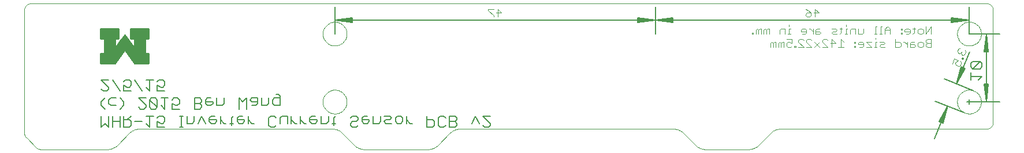
<source format=gbo>
G75*
%MOIN*%
%OFA0B0*%
%FSLAX24Y24*%
%IPPOS*%
%LPD*%
%AMOC8*
5,1,8,0,0,1.08239X$1,22.5*
%
%ADD10C,0.0000*%
%ADD11C,0.0060*%
%ADD12C,0.0100*%
%ADD13C,0.0051*%
%ADD14C,0.0040*%
D10*
X003074Y000574D02*
X006916Y000574D01*
X007473Y000804D02*
X008193Y001524D01*
X008749Y001755D02*
X019908Y001755D01*
X020465Y001524D02*
X021185Y000804D01*
X021741Y000574D02*
X025420Y000574D01*
X025977Y000804D02*
X026696Y001524D01*
X027253Y001755D02*
X039593Y001755D01*
X040150Y001524D02*
X040870Y000804D01*
X041426Y000574D02*
X043924Y000574D01*
X044481Y000804D02*
X045200Y001524D01*
X045757Y001755D02*
X057636Y001755D01*
X057675Y001757D01*
X057713Y001763D01*
X057750Y001772D01*
X057787Y001785D01*
X057822Y001802D01*
X057855Y001821D01*
X057886Y001844D01*
X057915Y001870D01*
X057941Y001899D01*
X057964Y001930D01*
X057983Y001963D01*
X058000Y001998D01*
X058013Y002035D01*
X058022Y002072D01*
X058028Y002110D01*
X058030Y002149D01*
X058029Y002149D02*
X058029Y008645D01*
X058030Y008645D02*
X058028Y008684D01*
X058022Y008722D01*
X058013Y008759D01*
X058000Y008796D01*
X057983Y008831D01*
X057964Y008864D01*
X057941Y008895D01*
X057915Y008924D01*
X057886Y008950D01*
X057855Y008973D01*
X057822Y008992D01*
X057787Y009009D01*
X057750Y009022D01*
X057713Y009031D01*
X057675Y009037D01*
X057636Y009039D01*
X057636Y009038D02*
X002518Y009038D01*
X002518Y009039D02*
X002479Y009037D01*
X002441Y009031D01*
X002404Y009022D01*
X002367Y009009D01*
X002332Y008992D01*
X002299Y008973D01*
X002268Y008950D01*
X002239Y008924D01*
X002213Y008895D01*
X002190Y008864D01*
X002171Y008831D01*
X002154Y008796D01*
X002141Y008759D01*
X002132Y008722D01*
X002126Y008684D01*
X002124Y008645D01*
X002124Y001524D01*
X002126Y001485D01*
X002132Y001447D01*
X002141Y001410D01*
X002154Y001373D01*
X002171Y001338D01*
X002190Y001305D01*
X002213Y001274D01*
X002239Y001245D01*
X002239Y001246D02*
X002796Y000689D01*
X002795Y000688D02*
X002824Y000662D01*
X002855Y000639D01*
X002888Y000620D01*
X002923Y000603D01*
X002960Y000590D01*
X002997Y000581D01*
X003035Y000575D01*
X003074Y000573D01*
X006916Y000574D02*
X006967Y000576D01*
X007019Y000581D01*
X007070Y000589D01*
X007120Y000601D01*
X007169Y000616D01*
X007217Y000634D01*
X007264Y000655D01*
X007310Y000679D01*
X007353Y000707D01*
X007395Y000737D01*
X007435Y000769D01*
X007472Y000805D01*
X008193Y001523D02*
X008230Y001559D01*
X008270Y001591D01*
X008312Y001621D01*
X008355Y001649D01*
X008401Y001673D01*
X008448Y001694D01*
X008496Y001712D01*
X008545Y001727D01*
X008595Y001739D01*
X008646Y001747D01*
X008698Y001752D01*
X008749Y001754D01*
X019908Y001754D02*
X019959Y001752D01*
X020011Y001747D01*
X020062Y001739D01*
X020112Y001727D01*
X020161Y001712D01*
X020209Y001694D01*
X020256Y001673D01*
X020302Y001649D01*
X020345Y001621D01*
X020387Y001591D01*
X020427Y001559D01*
X020464Y001523D01*
X021185Y000805D02*
X021222Y000769D01*
X021262Y000737D01*
X021304Y000707D01*
X021347Y000679D01*
X021393Y000655D01*
X021440Y000634D01*
X021488Y000616D01*
X021537Y000601D01*
X021587Y000589D01*
X021638Y000581D01*
X021690Y000576D01*
X021741Y000574D01*
X025420Y000574D02*
X025471Y000576D01*
X025523Y000581D01*
X025574Y000589D01*
X025624Y000601D01*
X025673Y000616D01*
X025721Y000634D01*
X025768Y000655D01*
X025814Y000679D01*
X025857Y000707D01*
X025899Y000737D01*
X025939Y000769D01*
X025976Y000805D01*
X026697Y001523D02*
X026734Y001559D01*
X026774Y001591D01*
X026816Y001621D01*
X026859Y001649D01*
X026905Y001673D01*
X026952Y001694D01*
X027000Y001712D01*
X027049Y001727D01*
X027099Y001739D01*
X027150Y001747D01*
X027202Y001752D01*
X027253Y001754D01*
X019348Y003330D02*
X019350Y003382D01*
X019356Y003434D01*
X019366Y003485D01*
X019379Y003535D01*
X019397Y003585D01*
X019418Y003632D01*
X019442Y003678D01*
X019471Y003722D01*
X019502Y003764D01*
X019536Y003803D01*
X019573Y003840D01*
X019613Y003873D01*
X019656Y003904D01*
X019700Y003931D01*
X019746Y003955D01*
X019795Y003975D01*
X019844Y003991D01*
X019895Y004004D01*
X019946Y004013D01*
X019998Y004018D01*
X020050Y004019D01*
X020102Y004016D01*
X020154Y004009D01*
X020205Y003998D01*
X020255Y003984D01*
X020304Y003965D01*
X020351Y003943D01*
X020396Y003918D01*
X020440Y003889D01*
X020481Y003857D01*
X020520Y003822D01*
X020555Y003784D01*
X020588Y003743D01*
X020618Y003701D01*
X020644Y003656D01*
X020667Y003609D01*
X020686Y003560D01*
X020702Y003510D01*
X020714Y003460D01*
X020722Y003408D01*
X020726Y003356D01*
X020726Y003304D01*
X020722Y003252D01*
X020714Y003200D01*
X020702Y003150D01*
X020686Y003100D01*
X020667Y003051D01*
X020644Y003004D01*
X020618Y002959D01*
X020588Y002917D01*
X020555Y002876D01*
X020520Y002838D01*
X020481Y002803D01*
X020440Y002771D01*
X020396Y002742D01*
X020351Y002717D01*
X020304Y002695D01*
X020255Y002676D01*
X020205Y002662D01*
X020154Y002651D01*
X020102Y002644D01*
X020050Y002641D01*
X019998Y002642D01*
X019946Y002647D01*
X019895Y002656D01*
X019844Y002669D01*
X019795Y002685D01*
X019746Y002705D01*
X019700Y002729D01*
X019656Y002756D01*
X019613Y002787D01*
X019573Y002820D01*
X019536Y002857D01*
X019502Y002896D01*
X019471Y002938D01*
X019442Y002982D01*
X019418Y003028D01*
X019397Y003075D01*
X019379Y003125D01*
X019366Y003175D01*
X019356Y003226D01*
X019350Y003278D01*
X019348Y003330D01*
X039593Y001754D02*
X039644Y001752D01*
X039696Y001747D01*
X039747Y001739D01*
X039797Y001727D01*
X039846Y001712D01*
X039894Y001694D01*
X039941Y001673D01*
X039987Y001649D01*
X040030Y001621D01*
X040072Y001591D01*
X040112Y001559D01*
X040149Y001523D01*
X040870Y000805D02*
X040907Y000769D01*
X040947Y000737D01*
X040989Y000707D01*
X041032Y000679D01*
X041078Y000655D01*
X041125Y000634D01*
X041173Y000616D01*
X041222Y000601D01*
X041272Y000589D01*
X041323Y000581D01*
X041375Y000576D01*
X041426Y000574D01*
X043924Y000574D02*
X043975Y000576D01*
X044027Y000581D01*
X044078Y000589D01*
X044128Y000601D01*
X044177Y000616D01*
X044225Y000634D01*
X044272Y000655D01*
X044318Y000679D01*
X044361Y000707D01*
X044403Y000737D01*
X044443Y000769D01*
X044480Y000805D01*
X045201Y001523D02*
X045238Y001559D01*
X045278Y001591D01*
X045320Y001621D01*
X045363Y001649D01*
X045409Y001673D01*
X045456Y001694D01*
X045504Y001712D01*
X045553Y001727D01*
X045603Y001739D01*
X045654Y001747D01*
X045706Y001752D01*
X045757Y001754D01*
X055963Y003330D02*
X055965Y003382D01*
X055971Y003434D01*
X055981Y003485D01*
X055994Y003535D01*
X056012Y003585D01*
X056033Y003632D01*
X056057Y003678D01*
X056086Y003722D01*
X056117Y003764D01*
X056151Y003803D01*
X056188Y003840D01*
X056228Y003873D01*
X056271Y003904D01*
X056315Y003931D01*
X056361Y003955D01*
X056410Y003975D01*
X056459Y003991D01*
X056510Y004004D01*
X056561Y004013D01*
X056613Y004018D01*
X056665Y004019D01*
X056717Y004016D01*
X056769Y004009D01*
X056820Y003998D01*
X056870Y003984D01*
X056919Y003965D01*
X056966Y003943D01*
X057011Y003918D01*
X057055Y003889D01*
X057096Y003857D01*
X057135Y003822D01*
X057170Y003784D01*
X057203Y003743D01*
X057233Y003701D01*
X057259Y003656D01*
X057282Y003609D01*
X057301Y003560D01*
X057317Y003510D01*
X057329Y003460D01*
X057337Y003408D01*
X057341Y003356D01*
X057341Y003304D01*
X057337Y003252D01*
X057329Y003200D01*
X057317Y003150D01*
X057301Y003100D01*
X057282Y003051D01*
X057259Y003004D01*
X057233Y002959D01*
X057203Y002917D01*
X057170Y002876D01*
X057135Y002838D01*
X057096Y002803D01*
X057055Y002771D01*
X057011Y002742D01*
X056966Y002717D01*
X056919Y002695D01*
X056870Y002676D01*
X056820Y002662D01*
X056769Y002651D01*
X056717Y002644D01*
X056665Y002641D01*
X056613Y002642D01*
X056561Y002647D01*
X056510Y002656D01*
X056459Y002669D01*
X056410Y002685D01*
X056361Y002705D01*
X056315Y002729D01*
X056271Y002756D01*
X056228Y002787D01*
X056188Y002820D01*
X056151Y002857D01*
X056117Y002896D01*
X056086Y002938D01*
X056057Y002982D01*
X056033Y003028D01*
X056012Y003075D01*
X055994Y003125D01*
X055981Y003175D01*
X055971Y003226D01*
X055965Y003278D01*
X055963Y003330D01*
X055963Y007267D02*
X055965Y007319D01*
X055971Y007371D01*
X055981Y007422D01*
X055994Y007472D01*
X056012Y007522D01*
X056033Y007569D01*
X056057Y007615D01*
X056086Y007659D01*
X056117Y007701D01*
X056151Y007740D01*
X056188Y007777D01*
X056228Y007810D01*
X056271Y007841D01*
X056315Y007868D01*
X056361Y007892D01*
X056410Y007912D01*
X056459Y007928D01*
X056510Y007941D01*
X056561Y007950D01*
X056613Y007955D01*
X056665Y007956D01*
X056717Y007953D01*
X056769Y007946D01*
X056820Y007935D01*
X056870Y007921D01*
X056919Y007902D01*
X056966Y007880D01*
X057011Y007855D01*
X057055Y007826D01*
X057096Y007794D01*
X057135Y007759D01*
X057170Y007721D01*
X057203Y007680D01*
X057233Y007638D01*
X057259Y007593D01*
X057282Y007546D01*
X057301Y007497D01*
X057317Y007447D01*
X057329Y007397D01*
X057337Y007345D01*
X057341Y007293D01*
X057341Y007241D01*
X057337Y007189D01*
X057329Y007137D01*
X057317Y007087D01*
X057301Y007037D01*
X057282Y006988D01*
X057259Y006941D01*
X057233Y006896D01*
X057203Y006854D01*
X057170Y006813D01*
X057135Y006775D01*
X057096Y006740D01*
X057055Y006708D01*
X057011Y006679D01*
X056966Y006654D01*
X056919Y006632D01*
X056870Y006613D01*
X056820Y006599D01*
X056769Y006588D01*
X056717Y006581D01*
X056665Y006578D01*
X056613Y006579D01*
X056561Y006584D01*
X056510Y006593D01*
X056459Y006606D01*
X056410Y006622D01*
X056361Y006642D01*
X056315Y006666D01*
X056271Y006693D01*
X056228Y006724D01*
X056188Y006757D01*
X056151Y006794D01*
X056117Y006833D01*
X056086Y006875D01*
X056057Y006919D01*
X056033Y006965D01*
X056012Y007012D01*
X055994Y007062D01*
X055981Y007112D01*
X055971Y007163D01*
X055965Y007215D01*
X055963Y007267D01*
X019348Y007267D02*
X019350Y007319D01*
X019356Y007371D01*
X019366Y007422D01*
X019379Y007472D01*
X019397Y007522D01*
X019418Y007569D01*
X019442Y007615D01*
X019471Y007659D01*
X019502Y007701D01*
X019536Y007740D01*
X019573Y007777D01*
X019613Y007810D01*
X019656Y007841D01*
X019700Y007868D01*
X019746Y007892D01*
X019795Y007912D01*
X019844Y007928D01*
X019895Y007941D01*
X019946Y007950D01*
X019998Y007955D01*
X020050Y007956D01*
X020102Y007953D01*
X020154Y007946D01*
X020205Y007935D01*
X020255Y007921D01*
X020304Y007902D01*
X020351Y007880D01*
X020396Y007855D01*
X020440Y007826D01*
X020481Y007794D01*
X020520Y007759D01*
X020555Y007721D01*
X020588Y007680D01*
X020618Y007638D01*
X020644Y007593D01*
X020667Y007546D01*
X020686Y007497D01*
X020702Y007447D01*
X020714Y007397D01*
X020722Y007345D01*
X020726Y007293D01*
X020726Y007241D01*
X020722Y007189D01*
X020714Y007137D01*
X020702Y007087D01*
X020686Y007037D01*
X020667Y006988D01*
X020644Y006941D01*
X020618Y006896D01*
X020588Y006854D01*
X020555Y006813D01*
X020520Y006775D01*
X020481Y006740D01*
X020440Y006708D01*
X020396Y006679D01*
X020351Y006654D01*
X020304Y006632D01*
X020255Y006613D01*
X020205Y006599D01*
X020154Y006588D01*
X020102Y006581D01*
X020050Y006578D01*
X019998Y006579D01*
X019946Y006584D01*
X019895Y006593D01*
X019844Y006606D01*
X019795Y006622D01*
X019746Y006642D01*
X019700Y006666D01*
X019656Y006693D01*
X019613Y006724D01*
X019573Y006757D01*
X019536Y006794D01*
X019502Y006833D01*
X019471Y006875D01*
X019442Y006919D01*
X019418Y006965D01*
X019397Y007012D01*
X019379Y007062D01*
X019366Y007112D01*
X019356Y007163D01*
X019350Y007215D01*
X019348Y007267D01*
D11*
X010213Y004492D02*
X010106Y004599D01*
X009893Y004599D01*
X009786Y004492D01*
X009569Y004599D02*
X009142Y004599D01*
X009355Y004599D02*
X009355Y003958D01*
X009142Y004172D01*
X009786Y004279D02*
X010000Y004172D01*
X010106Y004172D01*
X010213Y004279D01*
X010213Y004492D01*
X009786Y004279D02*
X009786Y003958D01*
X010213Y003958D01*
X008924Y003958D02*
X008497Y004599D01*
X008280Y004492D02*
X008173Y004599D01*
X007959Y004599D01*
X007852Y004492D01*
X008280Y004492D02*
X008280Y004279D01*
X008173Y004172D01*
X008066Y004172D01*
X007852Y004279D01*
X007852Y003958D01*
X008280Y003958D01*
X007635Y003958D02*
X007208Y004599D01*
X006990Y004599D02*
X006563Y004599D01*
X006990Y004172D01*
X006990Y004065D01*
X006884Y003958D01*
X006670Y003958D01*
X006563Y004065D01*
X006777Y003549D02*
X006563Y003335D01*
X006563Y003122D01*
X006777Y002908D01*
X006993Y003229D02*
X007100Y003122D01*
X007420Y003122D01*
X007638Y002908D02*
X007851Y003122D01*
X007851Y003335D01*
X007638Y003549D01*
X007420Y003549D02*
X007100Y003549D01*
X006993Y003442D01*
X006993Y003229D01*
X008712Y003015D02*
X008819Y002908D01*
X009032Y002908D01*
X009139Y003015D01*
X009139Y003122D01*
X008712Y003549D01*
X009139Y003549D01*
X009356Y003442D02*
X009783Y003015D01*
X009783Y003442D01*
X009677Y003549D01*
X009463Y003549D01*
X009356Y003442D01*
X009356Y003015D01*
X009463Y002908D01*
X009677Y002908D01*
X009783Y003015D01*
X010001Y003122D02*
X010215Y002908D01*
X010215Y003549D01*
X010428Y003549D02*
X010001Y003549D01*
X010646Y003442D02*
X010752Y003549D01*
X010966Y003549D01*
X011073Y003442D01*
X011073Y003229D01*
X010966Y003122D01*
X010859Y003122D01*
X010646Y003229D01*
X010646Y002908D01*
X011073Y002908D01*
X011935Y002908D02*
X012255Y002908D01*
X012362Y003015D01*
X012362Y003122D01*
X012255Y003229D01*
X011935Y003229D01*
X012255Y003229D02*
X012362Y003335D01*
X012362Y003442D01*
X012255Y003549D01*
X011935Y003549D01*
X011935Y002908D01*
X012579Y003229D02*
X012686Y003122D01*
X012899Y003122D01*
X013006Y003229D01*
X013006Y003335D01*
X012579Y003335D01*
X012579Y003229D02*
X012579Y003442D01*
X012686Y003549D01*
X012899Y003549D01*
X013224Y003549D02*
X013224Y003122D01*
X013544Y003122D01*
X013651Y003229D01*
X013651Y003549D01*
X014513Y003549D02*
X014726Y003335D01*
X014940Y003549D01*
X014940Y002908D01*
X015264Y003122D02*
X015478Y003122D01*
X015584Y003229D01*
X015584Y003549D01*
X015264Y003549D01*
X015157Y003442D01*
X015264Y003335D01*
X015584Y003335D01*
X016122Y003122D02*
X016229Y003229D01*
X016229Y003549D01*
X016446Y003442D02*
X016553Y003549D01*
X016874Y003549D01*
X016874Y003656D02*
X016874Y003122D01*
X016553Y003122D01*
X016446Y003229D01*
X016446Y003442D01*
X016767Y003762D02*
X016874Y003656D01*
X016767Y003762D02*
X016660Y003762D01*
X015802Y003549D02*
X015802Y003122D01*
X016122Y003122D01*
X014513Y002908D02*
X014513Y003549D01*
X014512Y002499D02*
X014405Y002392D01*
X014405Y002179D01*
X014512Y002072D01*
X014726Y002072D01*
X014832Y002179D01*
X014832Y002285D01*
X014405Y002285D01*
X014189Y002499D02*
X014082Y002392D01*
X014082Y001965D01*
X013976Y002072D02*
X014189Y002072D01*
X013759Y002072D02*
X013652Y002072D01*
X013439Y002285D01*
X013221Y002285D02*
X012794Y002285D01*
X012794Y002179D02*
X012901Y002072D01*
X013114Y002072D01*
X013221Y002179D01*
X013221Y002285D01*
X012901Y002499D02*
X012794Y002392D01*
X012794Y002179D01*
X012577Y002072D02*
X012363Y002499D01*
X012149Y002072D01*
X011932Y002179D02*
X011825Y002072D01*
X011505Y002072D01*
X011505Y002499D01*
X011289Y002499D02*
X011075Y002499D01*
X011182Y002499D02*
X011182Y001858D01*
X011075Y001858D02*
X011289Y001858D01*
X010213Y001858D02*
X009786Y001858D01*
X009786Y002179D01*
X010000Y002072D01*
X010106Y002072D01*
X010213Y002179D01*
X010213Y002392D01*
X010106Y002499D01*
X009893Y002499D01*
X009786Y002392D01*
X009569Y002499D02*
X009142Y002499D01*
X009355Y002499D02*
X009355Y001858D01*
X009142Y002072D01*
X008924Y002179D02*
X008497Y002179D01*
X008280Y002179D02*
X008173Y002285D01*
X007852Y002285D01*
X008066Y002285D02*
X008280Y002499D01*
X007852Y002499D02*
X007852Y001858D01*
X008173Y001858D01*
X008280Y001965D01*
X008280Y002179D01*
X007635Y002179D02*
X007208Y002179D01*
X006990Y001858D02*
X006777Y002072D01*
X006563Y001858D01*
X006563Y002499D01*
X006990Y002499D02*
X006990Y001858D01*
X007208Y001858D02*
X007208Y002499D01*
X007635Y002499D02*
X007635Y001858D01*
X011932Y002179D02*
X011932Y002499D01*
X012901Y002499D02*
X013114Y002499D01*
X013439Y002499D02*
X013439Y002072D01*
X015050Y002072D02*
X015050Y002499D01*
X014726Y002499D02*
X014512Y002499D01*
X015050Y002285D02*
X015263Y002072D01*
X015370Y002072D01*
X016232Y001965D02*
X016232Y002392D01*
X016338Y002499D01*
X016552Y002499D01*
X016659Y002392D01*
X016876Y002392D02*
X016983Y002499D01*
X017303Y002499D01*
X017303Y002072D01*
X017521Y002072D02*
X017521Y002499D01*
X018058Y002499D02*
X018058Y002072D01*
X018058Y002285D02*
X018271Y002072D01*
X018378Y002072D01*
X018595Y002179D02*
X018702Y002072D01*
X018915Y002072D01*
X019022Y002179D01*
X019022Y002285D01*
X018595Y002285D01*
X018595Y002179D02*
X018595Y002392D01*
X018702Y002499D01*
X018915Y002499D01*
X019240Y002499D02*
X019240Y002072D01*
X019560Y002072D01*
X019667Y002179D01*
X019667Y002499D01*
X019991Y002392D02*
X020098Y002499D01*
X019991Y002392D02*
X019991Y001965D01*
X019884Y002072D02*
X020098Y002072D01*
X020958Y002072D02*
X020958Y001965D01*
X021065Y001858D01*
X021279Y001858D01*
X021385Y001965D01*
X021603Y002179D02*
X021710Y002072D01*
X021923Y002072D01*
X022030Y002179D01*
X022030Y002285D01*
X021603Y002285D01*
X021603Y002179D02*
X021603Y002392D01*
X021710Y002499D01*
X021923Y002499D01*
X022247Y002499D02*
X022247Y002072D01*
X022568Y002072D01*
X022674Y002179D01*
X022674Y002499D01*
X022892Y002499D02*
X023212Y002499D01*
X023319Y002392D01*
X023212Y002285D01*
X022999Y002285D01*
X022892Y002179D01*
X022999Y002072D01*
X023319Y002072D01*
X023537Y002179D02*
X023537Y002392D01*
X023643Y002499D01*
X023857Y002499D01*
X023964Y002392D01*
X023964Y002179D01*
X023857Y002072D01*
X023643Y002072D01*
X023537Y002179D01*
X024181Y002285D02*
X024395Y002072D01*
X024501Y002072D01*
X024181Y002072D02*
X024181Y002499D01*
X025363Y002499D02*
X025363Y001858D01*
X025683Y001858D01*
X025790Y001965D01*
X025790Y002179D01*
X025683Y002285D01*
X025363Y002285D01*
X026007Y002392D02*
X026114Y002499D01*
X026328Y002499D01*
X026434Y002392D01*
X026652Y002499D02*
X026972Y002499D01*
X027079Y002392D01*
X027079Y002285D01*
X026972Y002179D01*
X026652Y002179D01*
X026972Y002179D02*
X027079Y002072D01*
X027079Y001965D01*
X026972Y001858D01*
X026652Y001858D01*
X026652Y002499D01*
X026007Y002392D02*
X026007Y001965D01*
X026114Y001858D01*
X026328Y001858D01*
X026434Y001965D01*
X027941Y002072D02*
X028154Y002499D01*
X028368Y002072D01*
X028586Y001965D02*
X028692Y001858D01*
X028906Y001858D01*
X029013Y001965D01*
X029013Y002072D01*
X028586Y002499D01*
X029013Y002499D01*
X021385Y002392D02*
X021385Y002285D01*
X021279Y002179D01*
X021065Y002179D01*
X020958Y002072D01*
X020958Y002392D02*
X021065Y002499D01*
X021279Y002499D01*
X021385Y002392D01*
X017841Y002072D02*
X017734Y002072D01*
X017521Y002285D01*
X016876Y002392D02*
X016876Y002072D01*
X016659Y001965D02*
X016552Y001858D01*
X016338Y001858D01*
X016232Y001965D01*
X056740Y004598D02*
X056740Y005025D01*
X056740Y004811D02*
X057380Y004811D01*
X057167Y004598D01*
X057273Y005242D02*
X057380Y005349D01*
X057380Y005563D01*
X057273Y005669D01*
X056846Y005242D01*
X056740Y005349D01*
X056740Y005563D01*
X056846Y005669D01*
X057273Y005669D01*
X057273Y005242D02*
X056846Y005242D01*
D12*
X009281Y005576D02*
X009281Y005588D01*
X009281Y005585D01*
X009281Y006137D01*
X009080Y006137D01*
X009080Y006998D01*
X009293Y006998D01*
X009293Y007556D01*
X008249Y007556D01*
X008249Y007001D01*
X008477Y007001D01*
X008477Y006431D01*
X007907Y007211D01*
X007337Y006428D01*
X007337Y007001D01*
X007565Y007001D01*
X007565Y007556D01*
X006524Y007556D01*
X006524Y007001D01*
X006737Y007001D01*
X006737Y006134D01*
X006524Y006134D01*
X006524Y005576D01*
X007343Y005576D01*
X007907Y006356D01*
X008471Y005576D01*
X009281Y005576D01*
X009281Y005598D02*
X008456Y005598D01*
X008385Y005696D02*
X009281Y005696D01*
X009281Y005795D02*
X008313Y005795D01*
X008242Y005893D02*
X009281Y005893D01*
X009281Y005992D02*
X008171Y005992D01*
X008100Y006090D02*
X009281Y006090D01*
X009080Y006189D02*
X008029Y006189D01*
X007957Y006287D02*
X009080Y006287D01*
X009080Y006386D02*
X006737Y006386D01*
X006737Y006484D02*
X007337Y006484D01*
X007378Y006484D02*
X008439Y006484D01*
X008477Y006484D02*
X009080Y006484D01*
X009080Y006583D02*
X008477Y006583D01*
X008477Y006681D02*
X009080Y006681D01*
X009080Y006780D02*
X008477Y006780D01*
X008477Y006878D02*
X009080Y006878D01*
X009080Y006977D02*
X008477Y006977D01*
X008249Y007075D02*
X009293Y007075D01*
X009293Y007174D02*
X008249Y007174D01*
X008249Y007272D02*
X009293Y007272D01*
X009293Y007371D02*
X008249Y007371D01*
X008249Y007469D02*
X009293Y007469D01*
X007935Y007174D02*
X007880Y007174D01*
X007808Y007075D02*
X008007Y007075D01*
X008079Y006977D02*
X007737Y006977D01*
X007665Y006878D02*
X008151Y006878D01*
X008223Y006780D02*
X007593Y006780D01*
X007521Y006681D02*
X008295Y006681D01*
X008367Y006583D02*
X007450Y006583D01*
X007337Y006583D02*
X006737Y006583D01*
X006737Y006681D02*
X007337Y006681D01*
X007337Y006780D02*
X006737Y006780D01*
X006737Y006878D02*
X007337Y006878D01*
X007337Y006977D02*
X006737Y006977D01*
X006524Y007075D02*
X007565Y007075D01*
X007565Y007174D02*
X006524Y007174D01*
X006524Y007272D02*
X007565Y007272D01*
X007565Y007371D02*
X006524Y007371D01*
X006524Y007469D02*
X007565Y007469D01*
X007857Y006287D02*
X006737Y006287D01*
X006737Y006189D02*
X007786Y006189D01*
X007715Y006090D02*
X006524Y006090D01*
X006524Y005992D02*
X007644Y005992D01*
X007572Y005893D02*
X006524Y005893D01*
X006524Y005795D02*
X007501Y005795D01*
X007430Y005696D02*
X006524Y005696D01*
X006524Y005598D02*
X007359Y005598D01*
D13*
X020037Y007267D02*
X020037Y008822D01*
X020037Y008054D02*
X021061Y008180D01*
X021061Y007928D01*
X020037Y008054D01*
X021061Y007952D01*
X021061Y008003D02*
X020037Y008054D01*
X021061Y008156D01*
X021061Y008105D02*
X020037Y008054D01*
X038541Y008054D01*
X039565Y007952D01*
X039565Y007928D02*
X038541Y008054D01*
X039565Y008156D01*
X039565Y008180D02*
X039565Y007928D01*
X039565Y008003D02*
X038541Y008054D01*
X039565Y008105D01*
X039565Y008180D02*
X038541Y008054D01*
X056652Y008054D01*
X055628Y007952D01*
X055628Y007928D02*
X056652Y008054D01*
X055628Y008156D01*
X055628Y008180D02*
X055628Y007928D01*
X055628Y008003D02*
X056652Y008054D01*
X055628Y008105D01*
X055628Y008180D02*
X056652Y008054D01*
X056652Y008822D02*
X056652Y007267D01*
X058403Y007267D01*
X057636Y007267D02*
X057738Y006243D01*
X057761Y006243D02*
X057636Y007267D01*
X057533Y006243D01*
X057510Y006243D02*
X057761Y006243D01*
X057687Y006243D02*
X057636Y007267D01*
X057585Y006243D01*
X057510Y006243D02*
X057636Y007267D01*
X057636Y003330D01*
X057738Y004353D01*
X057761Y004353D02*
X057636Y003330D01*
X057533Y004353D01*
X057510Y004353D02*
X057761Y004353D01*
X057687Y004353D02*
X057636Y003330D01*
X057585Y004353D01*
X057510Y004353D02*
X057636Y003330D01*
X058403Y003330D02*
X056652Y003330D01*
X056777Y003330D02*
X056526Y003330D01*
X056652Y003455D02*
X056652Y003204D01*
X055411Y003084D02*
X055126Y002095D01*
X055148Y002087D02*
X055411Y003084D01*
X054936Y002171D01*
X054915Y002180D02*
X055148Y002087D01*
X055079Y002114D02*
X055411Y003084D01*
X054984Y002152D01*
X054915Y002180D02*
X055411Y003084D01*
X054651Y001183D01*
X054699Y003369D02*
X056396Y002690D01*
X056907Y003969D02*
X055210Y004648D01*
X055923Y004363D02*
X056398Y005275D01*
X056420Y005267D02*
X055923Y004363D01*
X056208Y005351D01*
X056187Y005360D02*
X056420Y005267D01*
X056351Y005294D02*
X055923Y004363D01*
X056256Y005332D01*
X056187Y005360D02*
X055923Y004363D01*
X056673Y006237D01*
X038541Y007267D02*
X038541Y008822D01*
X038541Y007267D01*
X038541Y008054D02*
X037518Y007928D01*
X037518Y008180D01*
X038541Y008054D01*
X037518Y007952D01*
X037518Y008003D02*
X038541Y008054D01*
X037518Y008156D01*
X037518Y008105D02*
X038541Y008054D01*
D14*
X044107Y007326D02*
X044107Y007249D01*
X044184Y007249D01*
X044184Y007326D01*
X044107Y007326D01*
X044338Y007249D02*
X044338Y007479D01*
X044414Y007556D01*
X044491Y007479D01*
X044491Y007249D01*
X044644Y007249D02*
X044644Y007556D01*
X044568Y007556D01*
X044491Y007479D01*
X044798Y007479D02*
X044798Y007249D01*
X044951Y007249D02*
X044951Y007479D01*
X044875Y007556D01*
X044798Y007479D01*
X044951Y007479D02*
X045028Y007556D01*
X045105Y007556D01*
X045105Y007249D01*
X045719Y007249D02*
X045719Y007479D01*
X045795Y007556D01*
X046026Y007556D01*
X046026Y007249D01*
X046179Y007249D02*
X046333Y007249D01*
X046256Y007249D02*
X046256Y007556D01*
X046333Y007556D01*
X046256Y007710D02*
X046256Y007786D01*
X046946Y007479D02*
X047023Y007556D01*
X047177Y007556D01*
X047253Y007479D01*
X047253Y007326D01*
X047177Y007249D01*
X047023Y007249D01*
X047637Y007249D02*
X047637Y007556D01*
X047637Y007403D02*
X047484Y007556D01*
X047407Y007556D01*
X047253Y007403D02*
X046946Y007403D01*
X046946Y007479D01*
X047790Y007479D02*
X047867Y007556D01*
X048021Y007556D01*
X048021Y007403D02*
X047790Y007403D01*
X047790Y007479D02*
X047790Y007249D01*
X048021Y007249D01*
X048097Y007326D01*
X048021Y007403D01*
X048711Y007326D02*
X048788Y007403D01*
X048941Y007403D01*
X049018Y007479D01*
X048941Y007556D01*
X048711Y007556D01*
X049172Y007556D02*
X049325Y007556D01*
X049248Y007633D02*
X049248Y007326D01*
X049172Y007249D01*
X049018Y007249D02*
X048788Y007249D01*
X048711Y007326D01*
X049479Y007249D02*
X049632Y007249D01*
X049555Y007249D02*
X049555Y007556D01*
X049632Y007556D01*
X049785Y007479D02*
X049785Y007249D01*
X050092Y007249D02*
X050092Y007556D01*
X049862Y007556D01*
X049785Y007479D01*
X050246Y007556D02*
X050246Y007249D01*
X050476Y007249D01*
X050553Y007326D01*
X050553Y007556D01*
X051243Y007710D02*
X051243Y007249D01*
X051167Y007249D02*
X051320Y007249D01*
X051474Y007249D02*
X051627Y007249D01*
X051550Y007249D02*
X051550Y007710D01*
X051627Y007710D01*
X051781Y007556D02*
X051934Y007710D01*
X052087Y007556D01*
X052087Y007249D01*
X051781Y007249D02*
X051781Y007556D01*
X051781Y007479D02*
X052087Y007479D01*
X052701Y007479D02*
X052778Y007479D01*
X052778Y007556D01*
X052701Y007556D01*
X052701Y007479D01*
X052701Y007326D02*
X052701Y007249D01*
X052778Y007249D01*
X052778Y007326D01*
X052701Y007326D01*
X052932Y007403D02*
X053238Y007403D01*
X053238Y007479D02*
X053162Y007556D01*
X053008Y007556D01*
X052932Y007479D01*
X052932Y007403D01*
X053162Y007249D02*
X053238Y007326D01*
X053238Y007479D01*
X053392Y007556D02*
X053545Y007556D01*
X053469Y007633D02*
X053469Y007326D01*
X053392Y007249D01*
X053162Y007249D02*
X053008Y007249D01*
X053699Y007326D02*
X053699Y007479D01*
X053776Y007556D01*
X053929Y007556D01*
X054006Y007479D01*
X054006Y007326D01*
X053929Y007249D01*
X053776Y007249D01*
X053699Y007326D01*
X054159Y007249D02*
X054159Y007710D01*
X054466Y007710D02*
X054159Y007249D01*
X054466Y007249D02*
X054466Y007710D01*
X054466Y006960D02*
X054236Y006960D01*
X054159Y006883D01*
X054159Y006806D01*
X054236Y006729D01*
X054466Y006729D01*
X054236Y006729D02*
X054159Y006653D01*
X054159Y006576D01*
X054236Y006499D01*
X054466Y006499D01*
X054466Y006960D01*
X054006Y006729D02*
X054006Y006576D01*
X053929Y006499D01*
X053776Y006499D01*
X053699Y006576D01*
X053699Y006729D01*
X053776Y006806D01*
X053929Y006806D01*
X054006Y006729D01*
X053545Y006576D02*
X053469Y006653D01*
X053238Y006653D01*
X053238Y006729D02*
X053238Y006499D01*
X053469Y006499D01*
X053545Y006576D01*
X053085Y006653D02*
X052932Y006806D01*
X052855Y006806D01*
X052701Y006729D02*
X052625Y006806D01*
X052394Y006806D01*
X052701Y006729D02*
X052701Y006576D01*
X052625Y006499D01*
X052394Y006499D01*
X052394Y006960D01*
X051781Y006729D02*
X051704Y006806D01*
X051474Y006806D01*
X051320Y006806D02*
X051243Y006806D01*
X051243Y006499D01*
X051167Y006499D02*
X051320Y006499D01*
X051474Y006576D02*
X051550Y006653D01*
X051704Y006653D01*
X051781Y006729D01*
X051013Y006806D02*
X050706Y006806D01*
X051013Y006499D01*
X050706Y006499D01*
X050553Y006576D02*
X050553Y006729D01*
X050476Y006806D01*
X050323Y006806D01*
X050246Y006729D01*
X050246Y006653D01*
X050553Y006653D01*
X050553Y006576D02*
X050476Y006499D01*
X050323Y006499D01*
X050092Y006499D02*
X050092Y006576D01*
X050016Y006576D01*
X050016Y006499D01*
X050092Y006499D01*
X049402Y006499D02*
X049095Y006499D01*
X049248Y006499D02*
X049248Y006960D01*
X049402Y006806D01*
X048941Y006729D02*
X048635Y006729D01*
X048481Y006883D02*
X048404Y006960D01*
X048251Y006960D01*
X048174Y006883D01*
X048174Y006806D01*
X048481Y006499D01*
X048174Y006499D01*
X048021Y006499D02*
X047714Y006806D01*
X047560Y006883D02*
X047484Y006960D01*
X047330Y006960D01*
X047253Y006883D01*
X047253Y006806D01*
X047560Y006499D01*
X047253Y006499D01*
X047100Y006499D02*
X046793Y006806D01*
X046793Y006883D01*
X046870Y006960D01*
X047023Y006960D01*
X047100Y006883D01*
X046409Y006960D02*
X046409Y006729D01*
X046256Y006806D01*
X046179Y006806D01*
X046102Y006729D01*
X046102Y006576D01*
X046179Y006499D01*
X046333Y006499D01*
X046409Y006576D01*
X046563Y006576D02*
X046563Y006499D01*
X046639Y006499D01*
X046639Y006576D01*
X046563Y006576D01*
X046793Y006499D02*
X047100Y006499D01*
X047714Y006499D02*
X048021Y006806D01*
X048711Y006960D02*
X048941Y006729D01*
X048711Y006499D02*
X048711Y006960D01*
X050016Y006806D02*
X050016Y006729D01*
X050092Y006729D01*
X050092Y006806D01*
X050016Y006806D01*
X051243Y006960D02*
X051243Y007036D01*
X053085Y006806D02*
X053085Y006499D01*
X053238Y006729D02*
X053315Y006806D01*
X053469Y006806D01*
X051781Y006499D02*
X051550Y006499D01*
X051474Y006576D01*
X055685Y005536D02*
X055799Y005821D01*
X056013Y005735D01*
X055885Y005621D01*
X055856Y005550D01*
X055899Y005450D01*
X056041Y005393D01*
X056141Y005436D01*
X056198Y005579D01*
X056155Y005678D01*
X056212Y005821D02*
X056284Y005792D01*
X056312Y005864D01*
X056241Y005892D01*
X056212Y005821D01*
X056298Y006035D02*
X056398Y006077D01*
X056455Y006220D01*
X056412Y006320D01*
X056212Y006234D02*
X056184Y006163D01*
X056227Y006063D01*
X056298Y006035D01*
X056184Y006163D02*
X056084Y006120D01*
X056013Y006149D01*
X055970Y006248D01*
X056027Y006391D01*
X056127Y006434D01*
X051320Y007710D02*
X051243Y007710D01*
X049555Y007710D02*
X049555Y007786D01*
X047743Y008250D02*
X047743Y008711D01*
X047973Y008480D01*
X047667Y008480D01*
X047513Y008480D02*
X047283Y008480D01*
X047206Y008404D01*
X047206Y008327D01*
X047283Y008250D01*
X047436Y008250D01*
X047513Y008327D01*
X047513Y008480D01*
X047360Y008634D01*
X047206Y008711D01*
X046409Y006960D02*
X046102Y006960D01*
X045949Y006806D02*
X045872Y006806D01*
X045795Y006729D01*
X045719Y006806D01*
X045642Y006729D01*
X045642Y006499D01*
X045795Y006499D02*
X045795Y006729D01*
X045949Y006806D02*
X045949Y006499D01*
X045489Y006499D02*
X045489Y006806D01*
X045412Y006806D01*
X045335Y006729D01*
X045258Y006806D01*
X045182Y006729D01*
X045182Y006499D01*
X045335Y006499D02*
X045335Y006729D01*
X029666Y008480D02*
X029359Y008480D01*
X029206Y008327D02*
X029206Y008250D01*
X029206Y008327D02*
X028899Y008634D01*
X028899Y008711D01*
X029206Y008711D01*
X029436Y008711D02*
X029666Y008480D01*
X029436Y008250D02*
X029436Y008711D01*
M02*

</source>
